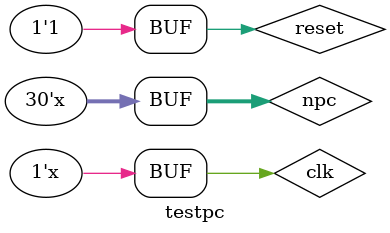
<source format=v>
`timescale 1ns / 1ps


module testpc;

	// Inputs
	reg clk;
	reg reset;
	reg [31:2] npc;

	// Outputs
	wire [31:2] pc;

	// Instantiate the Unit Under Test (UUT)
	PC uut (
		.clk(clk), 
		.reset(reset), 
		.npc(npc), 
		.pc(pc)
	);

	initial begin
		// Initialize Inputs
		#0 clk = 0;
		reset = 0;
		#5 reset=1'b1;
		npc = 0;

		// Wait 100 ns for global reset to finish
		#100;
        
		// Add stimulus here

	end
     always #10 clk=~clk;
	  always #10 npc=npc+1;
endmodule


</source>
